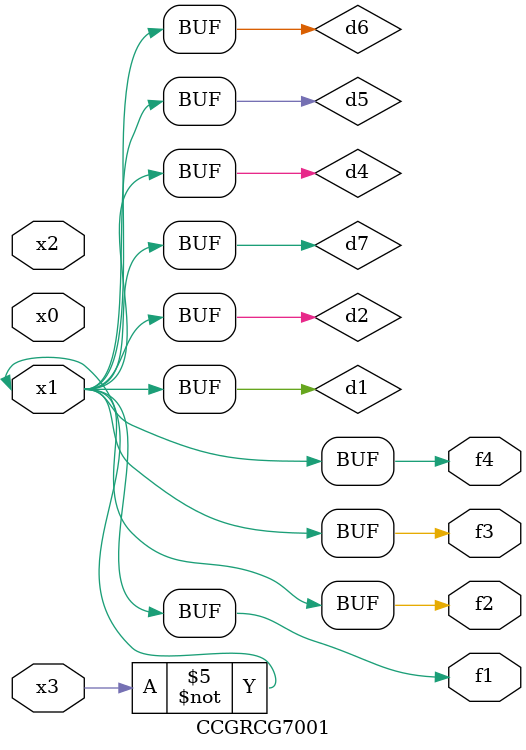
<source format=v>
module CCGRCG7001(
	input x0, x1, x2, x3,
	output f1, f2, f3, f4
);

	wire d1, d2, d3, d4, d5, d6, d7;

	not (d1, x3);
	buf (d2, x1);
	xnor (d3, d1, d2);
	nor (d4, d1);
	buf (d5, d1, d2);
	buf (d6, d4, d5);
	nand (d7, d4);
	assign f1 = d6;
	assign f2 = d7;
	assign f3 = d6;
	assign f4 = d6;
endmodule

</source>
